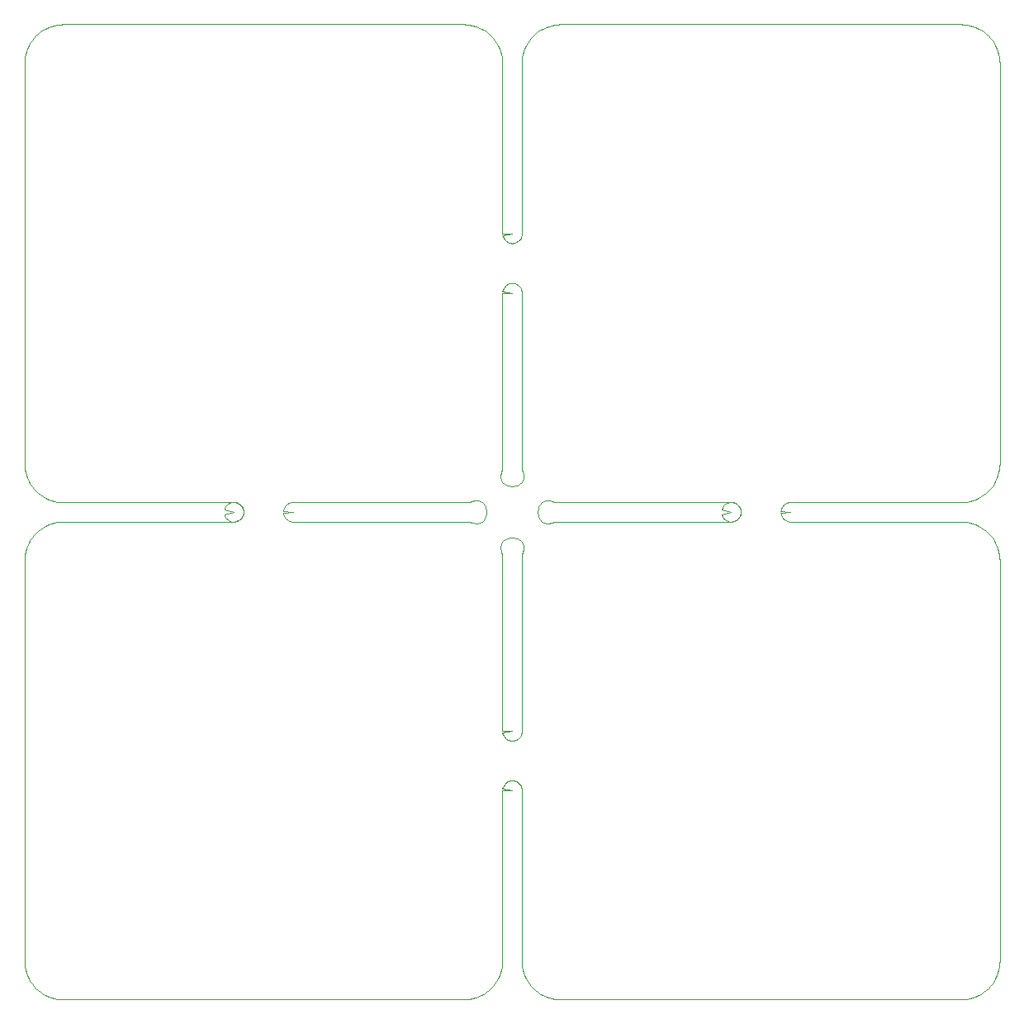
<source format=gko>
%MOIN*%
%OFA0B0*%
%FSLAX36Y36*%
%IPPOS*%
%LPD*%
%ADD10C,0*%
D10*
X000157480Y000000000D02*
X000157480Y000000000D01*
X001771653Y000000000D01*
X001784009Y000000485D01*
X001796288Y000001939D01*
X001808416Y000004351D01*
X001820317Y000007707D01*
X001831918Y000011987D01*
X001843148Y000017164D01*
X001853936Y000023206D01*
X001864218Y000030076D01*
X001873928Y000037731D01*
X001883008Y000046125D01*
X001891402Y000055205D01*
X001899057Y000064915D01*
X001905927Y000075197D01*
X001911969Y000085985D01*
X001917146Y000097215D01*
X001921425Y000108816D01*
X001924782Y000120717D01*
X001927194Y000132845D01*
X001928648Y000145124D01*
X001929133Y000157480D01*
X001929133Y000844892D01*
X001968503Y000844892D01*
X001929618Y000851051D01*
X001931060Y000857058D01*
X001933424Y000862765D01*
X001936652Y000868033D01*
X001940665Y000872731D01*
X001945362Y000876743D01*
X001950630Y000879971D01*
X001956337Y000882335D01*
X001962345Y000883777D01*
X001968503Y000884262D01*
X001974662Y000883777D01*
X001980669Y000882335D01*
X001986377Y000879971D01*
X001991645Y000876743D01*
X001996342Y000872731D01*
X002000354Y000868033D01*
X002003582Y000862765D01*
X002005947Y000857058D01*
X002007389Y000851051D01*
X002007874Y000844892D01*
X002007874Y000157480D01*
X002008359Y000145124D01*
X002009812Y000132845D01*
X002012225Y000120717D01*
X002015581Y000108816D01*
X002019861Y000097215D01*
X002025038Y000085985D01*
X002031079Y000075197D01*
X002037950Y000064915D01*
X002045605Y000055205D01*
X002053998Y000046125D01*
X002063078Y000037731D01*
X002072789Y000030076D01*
X002083070Y000023206D01*
X002093859Y000017164D01*
X002105088Y000011987D01*
X002116690Y000007707D01*
X002128590Y000004351D01*
X002140718Y000001939D01*
X002152998Y000000485D01*
X002165354Y000000000D01*
X003779527Y000000000D01*
X003791883Y000000485D01*
X003804162Y000001939D01*
X003816290Y000004351D01*
X003828191Y000007707D01*
X003839792Y000011987D01*
X003851022Y000017164D01*
X003861810Y000023206D01*
X003872092Y000030076D01*
X003881802Y000037731D01*
X003890882Y000046125D01*
X003899276Y000055205D01*
X003906931Y000064915D01*
X003913801Y000075197D01*
X003919843Y000085985D01*
X003925020Y000097215D01*
X003929299Y000108816D01*
X003932656Y000120717D01*
X003935068Y000132845D01*
X003936522Y000145124D01*
X003937007Y000157480D01*
X003937007Y001771653D01*
X003936522Y001784009D01*
X003935068Y001796288D01*
X003932656Y001808416D01*
X003929299Y001820317D01*
X003925020Y001831918D01*
X003919843Y001843148D01*
X003913801Y001853937D01*
X003906931Y001864218D01*
X003899276Y001873929D01*
X003890882Y001883009D01*
X003881802Y001891402D01*
X003872092Y001899057D01*
X003861810Y001905927D01*
X003851022Y001911969D01*
X003839792Y001917146D01*
X003828191Y001921426D01*
X003816290Y001924782D01*
X003804162Y001927195D01*
X003791883Y001928648D01*
X003779527Y001929133D01*
X003092115Y001929133D01*
X003089026Y001929255D01*
X003085956Y001929618D01*
X003082924Y001930221D01*
X003079949Y001931060D01*
X003077049Y001932130D01*
X003074241Y001933424D01*
X003071544Y001934935D01*
X003068974Y001936652D01*
X003066546Y001938566D01*
X003064276Y001940665D01*
X003062178Y001942935D01*
X003060264Y001945362D01*
X003058547Y001947933D01*
X003057036Y001950630D01*
X003055742Y001953437D01*
X003054672Y001956337D01*
X003053833Y001959313D01*
X003053230Y001962345D01*
X003052866Y001965414D01*
X003092115Y001968503D01*
X003052866Y001971592D01*
X003053230Y001974662D01*
X003053833Y001977694D01*
X003054672Y001980669D01*
X003055742Y001983570D01*
X003057036Y001986377D01*
X003058547Y001989074D01*
X003060264Y001991645D01*
X003062178Y001994072D01*
X003064276Y001996342D01*
X003066546Y001998441D01*
X003068974Y002000354D01*
X003071544Y002002072D01*
X003074241Y002003582D01*
X003077049Y002004877D01*
X003079949Y002005947D01*
X003082924Y002006786D01*
X003085956Y002007389D01*
X003089026Y002007752D01*
X003092115Y002007874D01*
X003779527Y002007874D01*
X003791883Y002008359D01*
X003804162Y002009813D01*
X003816290Y002012225D01*
X003828191Y002015581D01*
X003839792Y002019861D01*
X003851022Y002025038D01*
X003861810Y002031080D01*
X003872092Y002037950D01*
X003881802Y002045605D01*
X003890882Y002053999D01*
X003899276Y002063079D01*
X003906931Y002072789D01*
X003913801Y002083071D01*
X003919843Y002093859D01*
X003925020Y002105089D01*
X003929299Y002116690D01*
X003932656Y002128591D01*
X003935068Y002140719D01*
X003936522Y002152998D01*
X003937007Y002165354D01*
X003937007Y003779527D01*
X003936522Y003791883D01*
X003935068Y003804162D01*
X003932656Y003816290D01*
X003929299Y003828191D01*
X003925020Y003839792D01*
X003919843Y003851022D01*
X003913801Y003861811D01*
X003906931Y003872092D01*
X003899276Y003881803D01*
X003890882Y003890883D01*
X003881802Y003899276D01*
X003872092Y003906931D01*
X003861810Y003913801D01*
X003851022Y003919843D01*
X003839792Y003925020D01*
X003828191Y003929300D01*
X003816290Y003932656D01*
X003804162Y003935069D01*
X003791883Y003936522D01*
X003779527Y003937007D01*
X002165354Y003937007D01*
X002152998Y003936522D01*
X002140718Y003935069D01*
X002128590Y003932656D01*
X002116690Y003929300D01*
X002105088Y003925020D01*
X002093859Y003919843D01*
X002083070Y003913801D01*
X002072789Y003906931D01*
X002063078Y003899276D01*
X002053998Y003890883D01*
X002045605Y003881803D01*
X002037950Y003872092D01*
X002031079Y003861811D01*
X002025038Y003851022D01*
X002019861Y003839792D01*
X002015581Y003828191D01*
X002012225Y003816290D01*
X002009812Y003804162D01*
X002008359Y003791883D01*
X002007874Y003779527D01*
X002007874Y003092115D01*
X002007389Y003085956D01*
X002005947Y003079949D01*
X002003582Y003074241D01*
X002000354Y003068974D01*
X001996342Y003064276D01*
X001991645Y003060264D01*
X001986377Y003057036D01*
X001980669Y003054672D01*
X001974662Y003053230D01*
X001968503Y003052745D01*
X001962345Y003053230D01*
X001956337Y003054672D01*
X001950630Y003057036D01*
X001945362Y003060264D01*
X001940665Y003064276D01*
X001936652Y003068974D01*
X001933424Y003074241D01*
X001931060Y003079949D01*
X001929618Y003085956D01*
X001968503Y003092115D01*
X001929133Y003092115D01*
X001929133Y003779527D01*
X001928648Y003791883D01*
X001927194Y003804162D01*
X001924782Y003816290D01*
X001921425Y003828191D01*
X001917146Y003839792D01*
X001911969Y003851022D01*
X001905927Y003861811D01*
X001899057Y003872092D01*
X001891402Y003881803D01*
X001883008Y003890883D01*
X001873928Y003899276D01*
X001864218Y003906931D01*
X001853936Y003913801D01*
X001843148Y003919843D01*
X001831918Y003925020D01*
X001820317Y003929300D01*
X001808416Y003932656D01*
X001796288Y003935069D01*
X001784009Y003936522D01*
X001771653Y003937007D01*
X000157480Y003937007D01*
X000145124Y003936522D01*
X000132844Y003935069D01*
X000120716Y003932656D01*
X000108816Y003929300D01*
X000097214Y003925020D01*
X000085985Y003919843D01*
X000075196Y003913801D01*
X000064915Y003906931D01*
X000055204Y003899276D01*
X000046124Y003890883D01*
X000037731Y003881803D01*
X000030075Y003872092D01*
X000023205Y003861811D01*
X000017164Y003851022D01*
X000011987Y003839792D01*
X000007707Y003828191D01*
X000004351Y003816290D01*
X000001938Y003804162D01*
X000000485Y003791883D01*
X000000000Y003779527D01*
X000000000Y002165354D01*
X000000485Y002152998D01*
X000001938Y002140719D01*
X000004351Y002128591D01*
X000007707Y002116690D01*
X000011987Y002105089D01*
X000017164Y002093859D01*
X000023205Y002083071D01*
X000030075Y002072789D01*
X000037731Y002063079D01*
X000046124Y002053999D01*
X000055204Y002045605D01*
X000064915Y002037950D01*
X000075196Y002031080D01*
X000085985Y002025038D01*
X000097214Y002019861D01*
X000108816Y002015581D01*
X000120716Y002012225D01*
X000132844Y002009813D01*
X000145124Y002008359D01*
X000157480Y002007874D01*
X000844892Y002007874D01*
X000854083Y002006786D01*
X000862765Y002003582D01*
X000870461Y001998441D01*
X000876743Y001991645D01*
X000881265Y001983570D01*
X000883777Y001974662D01*
X000884140Y001965414D01*
X000882335Y001956337D01*
X000878460Y001947933D01*
X000872731Y001940665D01*
X000865463Y001934935D01*
X000857058Y001931060D01*
X000847981Y001929255D01*
X000838733Y001929618D01*
X000829825Y001932130D01*
X000821751Y001936652D01*
X000814955Y001942935D01*
X000809813Y001950630D01*
X000806609Y001959313D01*
X000844892Y001968503D01*
X000806609Y001977694D01*
X000809813Y001986377D01*
X000814955Y001994072D01*
X000821751Y002000354D01*
X000829825Y002004877D01*
X000838733Y002007389D01*
X000847981Y002007752D01*
X000857058Y002005947D01*
X000865463Y002002072D01*
X000872731Y001996342D01*
X000878460Y001989074D01*
X000882335Y001980669D01*
X000884140Y001971592D01*
X000883777Y001962345D01*
X000881265Y001953437D01*
X000876743Y001945362D01*
X000870461Y001938566D01*
X000862765Y001933424D01*
X000854083Y001930221D01*
X000844892Y001929133D01*
X000157480Y001929133D01*
X000145124Y001928648D01*
X000132844Y001927195D01*
X000120716Y001924782D01*
X000108816Y001921426D01*
X000097214Y001917146D01*
X000085985Y001911969D01*
X000075196Y001905927D01*
X000064915Y001899057D01*
X000055204Y001891402D01*
X000046124Y001883009D01*
X000037731Y001873929D01*
X000030075Y001864218D01*
X000023205Y001853937D01*
X000017164Y001843148D01*
X000011987Y001831918D01*
X000007707Y001820317D01*
X000004351Y001808416D01*
X000001938Y001796288D01*
X000000485Y001784009D01*
X000000000Y001771653D01*
X000000000Y000157480D01*
X000000485Y000145124D01*
X000001938Y000132845D01*
X000004351Y000120717D01*
X000007707Y000108816D01*
X000011987Y000097215D01*
X000017164Y000085985D01*
X000023205Y000075197D01*
X000030075Y000064915D01*
X000037731Y000055205D01*
X000046124Y000046125D01*
X000055204Y000037731D01*
X000064915Y000030076D01*
X000075196Y000023206D01*
X000085985Y000017164D01*
X000097214Y000011987D01*
X000108816Y000007707D01*
X000120716Y000004351D01*
X000132844Y000001939D01*
X000145124Y000000485D01*
X000157480Y000000000D01*
X002123239Y001923273D02*
X002123239Y001923273D01*
X002119702Y001922449D01*
X002116104Y001921955D01*
X002112475Y001921795D01*
X002108848Y001921970D01*
X002105251Y001922478D01*
X002101717Y001923315D01*
X002098275Y001924475D01*
X002094955Y001925947D01*
X002091785Y001927718D01*
X002088791Y001929774D01*
X002085999Y001932098D01*
X002083433Y001934668D01*
X002081116Y001937465D01*
X002079065Y001940462D01*
X002077300Y001943636D01*
X002075835Y001946960D01*
X002074682Y001950404D01*
X002073851Y001953939D01*
X002073350Y001957537D01*
X002073183Y001961165D01*
X002073183Y001975842D01*
X002073350Y001979470D01*
X002073851Y001983067D01*
X002074682Y001986603D01*
X002075834Y001990047D01*
X002077300Y001993371D01*
X002079065Y001996545D01*
X002081115Y001999543D01*
X002083433Y002002339D01*
X002085999Y002004909D01*
X002088790Y002007233D01*
X002091784Y002009289D01*
X002094955Y002011061D01*
X002098275Y002012532D01*
X002101717Y002013692D01*
X002105251Y002014529D01*
X002108847Y002015038D01*
X002112475Y002015212D01*
X002116104Y002015052D01*
X002119702Y002014558D01*
X002123239Y002013734D01*
X002128590Y002012225D01*
X002140718Y002009813D01*
X002152998Y002008359D01*
X002165354Y002007874D01*
X002852766Y002007874D01*
X002861957Y002006786D01*
X002870639Y002003582D01*
X002878335Y001998441D01*
X002884617Y001991645D01*
X002889139Y001983570D01*
X002891651Y001974662D01*
X002892014Y001965414D01*
X002890209Y001956337D01*
X002886334Y001947933D01*
X002880605Y001940665D01*
X002873337Y001934935D01*
X002864932Y001931060D01*
X002855855Y001929255D01*
X002846607Y001929618D01*
X002837699Y001932130D01*
X002829625Y001936652D01*
X002822829Y001942935D01*
X002817687Y001950630D01*
X002814483Y001959313D01*
X002852766Y001968503D01*
X002814483Y001977694D01*
X002817687Y001986377D01*
X002822829Y001994072D01*
X002829625Y002000354D01*
X002837699Y002004877D01*
X002846607Y002007389D01*
X002855855Y002007752D01*
X002864932Y002005947D01*
X002873337Y002002072D01*
X002880605Y001996342D01*
X002886334Y001989074D01*
X002890209Y001980669D01*
X002892014Y001971592D01*
X002891651Y001962345D01*
X002889139Y001953437D01*
X002884617Y001945362D01*
X002878335Y001938566D01*
X002870639Y001933424D01*
X002861957Y001930221D01*
X002852766Y001929133D01*
X002165354Y001929133D01*
X002152998Y001928648D01*
X002140718Y001927195D01*
X002128590Y001924782D01*
X002123239Y001923273D01*
X001923273Y001813768D02*
X001923273Y001813768D01*
X001922449Y001817305D01*
X001921955Y001820903D01*
X001921795Y001824532D01*
X001921969Y001828159D01*
X001922477Y001831756D01*
X001923315Y001835290D01*
X001924474Y001838732D01*
X001925946Y001842052D01*
X001927718Y001845223D01*
X001929774Y001848216D01*
X001932097Y001851008D01*
X001934668Y001853574D01*
X001937464Y001855892D01*
X001940462Y001857942D01*
X001943636Y001859707D01*
X001946960Y001861172D01*
X001950404Y001862325D01*
X001953939Y001863156D01*
X001957537Y001863657D01*
X001961165Y001863824D01*
X001975842Y001863824D01*
X001979470Y001863657D01*
X001983067Y001863156D01*
X001986603Y001862325D01*
X001990047Y001861172D01*
X001993370Y001859707D01*
X001996544Y001857942D01*
X001999542Y001855891D01*
X002002339Y001853573D01*
X002004909Y001851008D01*
X002007233Y001848216D01*
X002009289Y001845222D01*
X002011060Y001842052D01*
X002012532Y001838731D01*
X002013692Y001835290D01*
X002014529Y001831756D01*
X002015037Y001828159D01*
X002015212Y001824532D01*
X002015052Y001820903D01*
X002014557Y001817305D01*
X002013734Y001813768D01*
X002012225Y001808416D01*
X002009812Y001796288D01*
X002008359Y001784009D01*
X002007874Y001771653D01*
X002007874Y001084241D01*
X002007389Y001078082D01*
X002005947Y001072075D01*
X002003582Y001066367D01*
X002000354Y001061100D01*
X001996342Y001056402D01*
X001991645Y001052390D01*
X001986377Y001049162D01*
X001980669Y001046798D01*
X001974662Y001045356D01*
X001968503Y001044871D01*
X001962345Y001045356D01*
X001956337Y001046798D01*
X001950630Y001049162D01*
X001945362Y001052390D01*
X001940665Y001056402D01*
X001936652Y001061100D01*
X001933424Y001066367D01*
X001931060Y001072075D01*
X001929618Y001078082D01*
X001968503Y001084241D01*
X001929133Y001084241D01*
X001929133Y001771653D01*
X001928648Y001784009D01*
X001927194Y001796288D01*
X001924782Y001808416D01*
X001923273Y001813768D01*
X001813767Y002013734D02*
X001813767Y002013734D01*
X001817305Y002014558D01*
X001820903Y002015052D01*
X001824531Y002015212D01*
X001828159Y002015038D01*
X001831755Y002014529D01*
X001835289Y002013692D01*
X001838731Y002012532D01*
X001842052Y002011061D01*
X001845222Y002009289D01*
X001848216Y002007233D01*
X001851008Y002004909D01*
X001853573Y002002339D01*
X001855891Y001999543D01*
X001857941Y001996545D01*
X001859707Y001993371D01*
X001861172Y001990047D01*
X001862325Y001986603D01*
X001863155Y001983067D01*
X001863656Y001979470D01*
X001863824Y001975842D01*
X001863824Y001961165D01*
X001863656Y001957537D01*
X001863155Y001953939D01*
X001862324Y001950404D01*
X001861172Y001946960D01*
X001859706Y001943636D01*
X001857941Y001940462D01*
X001855891Y001937465D01*
X001853573Y001934668D01*
X001851007Y001932098D01*
X001848216Y001929774D01*
X001845222Y001927718D01*
X001842051Y001925947D01*
X001838731Y001924475D01*
X001835289Y001923315D01*
X001831755Y001922478D01*
X001828159Y001921970D01*
X001824531Y001921795D01*
X001820903Y001921955D01*
X001817305Y001922449D01*
X001813767Y001923273D01*
X001808416Y001924782D01*
X001796288Y001927195D01*
X001784009Y001928648D01*
X001771653Y001929133D01*
X001084241Y001929133D01*
X001081152Y001929255D01*
X001078082Y001929618D01*
X001075050Y001930221D01*
X001072075Y001931060D01*
X001069175Y001932130D01*
X001066367Y001933424D01*
X001063670Y001934935D01*
X001061100Y001936652D01*
X001058672Y001938566D01*
X001056402Y001940665D01*
X001054304Y001942935D01*
X001052390Y001945362D01*
X001050673Y001947933D01*
X001049162Y001950630D01*
X001047868Y001953437D01*
X001046798Y001956337D01*
X001045959Y001959313D01*
X001045356Y001962345D01*
X001044992Y001965414D01*
X001084241Y001968503D01*
X001044992Y001971592D01*
X001045356Y001974662D01*
X001045959Y001977694D01*
X001046798Y001980669D01*
X001047868Y001983570D01*
X001049162Y001986377D01*
X001050673Y001989074D01*
X001052390Y001991645D01*
X001054304Y001994072D01*
X001056402Y001996342D01*
X001058672Y001998441D01*
X001061100Y002000354D01*
X001063670Y002002072D01*
X001066367Y002003582D01*
X001069175Y002004877D01*
X001072075Y002005947D01*
X001075050Y002006786D01*
X001078082Y002007389D01*
X001081152Y002007752D01*
X001084241Y002007874D01*
X001771653Y002007874D01*
X001784009Y002008359D01*
X001796288Y002009813D01*
X001808416Y002012225D01*
X001813767Y002013734D01*
X002013734Y002123240D02*
X002013734Y002123240D01*
X002014557Y002119702D01*
X002015051Y002116104D01*
X002015212Y002112476D01*
X002015037Y002108848D01*
X002014529Y002105252D01*
X002013692Y002101718D01*
X002012532Y002098276D01*
X002011060Y002094956D01*
X002009289Y002091785D01*
X002007232Y002088791D01*
X002004909Y002086000D01*
X002002338Y002083434D01*
X001999542Y002081116D01*
X001996544Y002079066D01*
X001993370Y002077300D01*
X001990047Y002075835D01*
X001986603Y002074682D01*
X001983067Y002073852D01*
X001979470Y002073351D01*
X001975842Y002073183D01*
X001961165Y002073183D01*
X001957537Y002073351D01*
X001953940Y002073852D01*
X001950404Y002074682D01*
X001946960Y002075835D01*
X001943636Y002077300D01*
X001940462Y002079066D01*
X001937464Y002081116D01*
X001934668Y002083434D01*
X001932097Y002085999D01*
X001929774Y002088791D01*
X001927718Y002091785D01*
X001925946Y002094955D01*
X001924475Y002098276D01*
X001923315Y002101718D01*
X001922477Y002105252D01*
X001921969Y002108848D01*
X001921795Y002112476D01*
X001921955Y002116104D01*
X001922449Y002119702D01*
X001923273Y002123240D01*
X001924782Y002128591D01*
X001927194Y002140719D01*
X001928648Y002152998D01*
X001929133Y002165354D01*
X001929133Y002852766D01*
X001968503Y002852766D01*
X001929618Y002858925D01*
X001931060Y002864932D01*
X001933424Y002870639D01*
X001936652Y002875907D01*
X001940665Y002880605D01*
X001945362Y002884617D01*
X001950630Y002887845D01*
X001956337Y002890209D01*
X001962345Y002891651D01*
X001968503Y002892136D01*
X001974662Y002891651D01*
X001980669Y002890209D01*
X001986377Y002887845D01*
X001991645Y002884617D01*
X001996342Y002880605D01*
X002000354Y002875907D01*
X002003582Y002870639D01*
X002005947Y002864932D01*
X002007389Y002858925D01*
X002007874Y002852766D01*
X002007874Y002165354D01*
X002008359Y002152998D01*
X002009812Y002140719D01*
X002012225Y002128591D01*
X002013734Y002123240D01*
M02*
</source>
